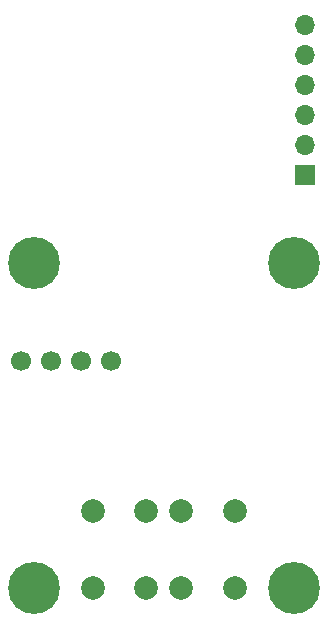
<source format=gbs>
G04 #@! TF.GenerationSoftware,KiCad,Pcbnew,5.99.0+really5.1.10+dfsg1-1*
G04 #@! TF.CreationDate,2022-07-07T23:47:34+02:00*
G04 #@! TF.ProjectId,sensorbox-battery-powered,73656e73-6f72-4626-9f78-2d6261747465,rev?*
G04 #@! TF.SameCoordinates,Original*
G04 #@! TF.FileFunction,Soldermask,Bot*
G04 #@! TF.FilePolarity,Negative*
%FSLAX46Y46*%
G04 Gerber Fmt 4.6, Leading zero omitted, Abs format (unit mm)*
G04 Created by KiCad (PCBNEW 5.99.0+really5.1.10+dfsg1-1) date 2022-07-07 23:47:34*
%MOMM*%
%LPD*%
G01*
G04 APERTURE LIST*
%ADD10C,2.000000*%
%ADD11C,4.400000*%
%ADD12O,1.700000X1.700000*%
%ADD13R,1.700000X1.700000*%
%ADD14C,1.700000*%
G04 APERTURE END LIST*
D10*
X9000000Y-44500000D03*
X13500000Y-44500000D03*
X9000000Y-51000000D03*
X13500000Y-51000000D03*
X16500000Y-44500000D03*
X21000000Y-44500000D03*
X16500000Y-51000000D03*
X21000000Y-51000000D03*
D11*
X4000000Y-51000000D03*
X4000000Y-23500000D03*
D12*
X27000000Y-3300000D03*
X27000000Y-5840000D03*
X27000000Y-8380000D03*
X27000000Y-10920000D03*
X27000000Y-13460000D03*
D13*
X27000000Y-16000000D03*
D11*
X26000000Y-23500000D03*
X26000000Y-51000000D03*
D14*
X10560000Y-31750000D03*
X8020000Y-31750000D03*
X5480000Y-31750000D03*
X2940000Y-31750000D03*
M02*

</source>
